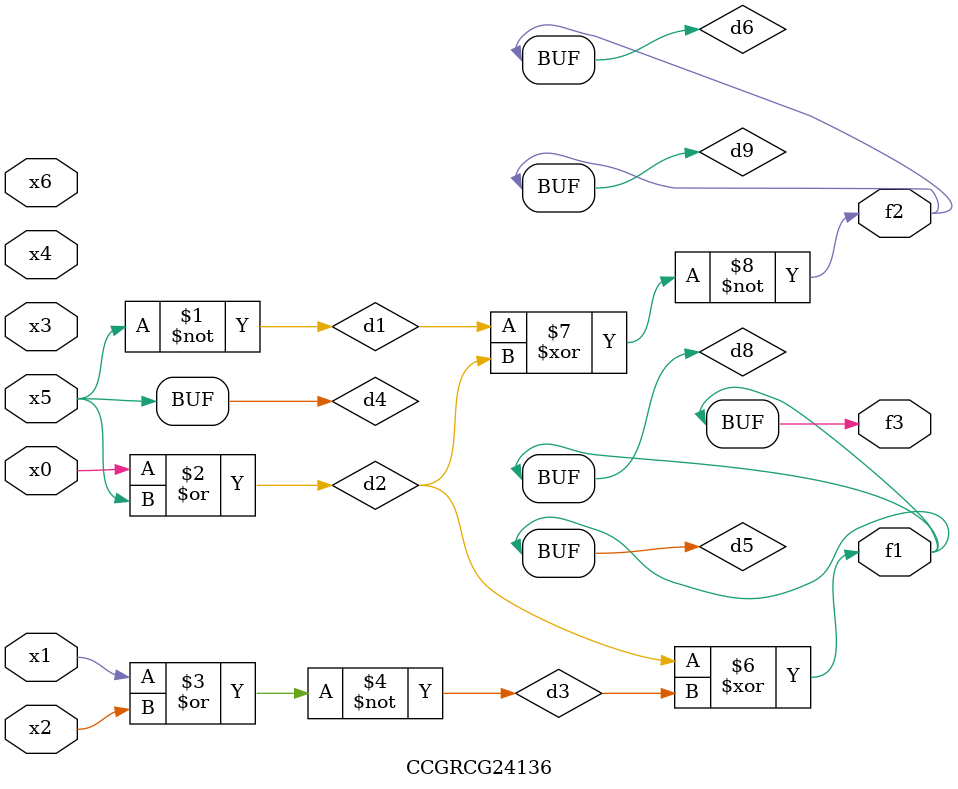
<source format=v>
module CCGRCG24136(
	input x0, x1, x2, x3, x4, x5, x6,
	output f1, f2, f3
);

	wire d1, d2, d3, d4, d5, d6, d7, d8, d9;

	nand (d1, x5);
	or (d2, x0, x5);
	nor (d3, x1, x2);
	xnor (d4, d1);
	xor (d5, d2, d3);
	xnor (d6, d1, d2);
	not (d7, x4);
	buf (d8, d5);
	xor (d9, d6);
	assign f1 = d8;
	assign f2 = d9;
	assign f3 = d8;
endmodule

</source>
